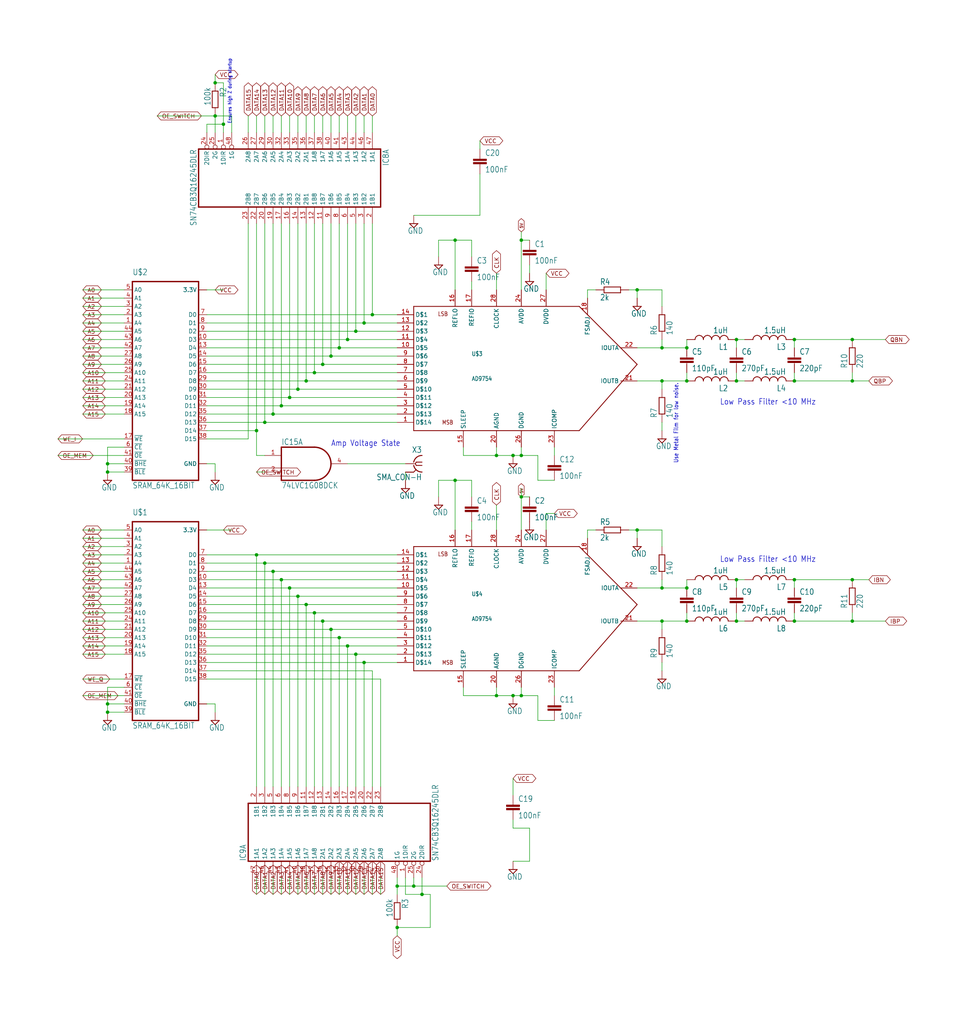
<source format=kicad_sch>
(kicad_sch (version 20231120) (generator "eeschema") (generator_version "8.0")
  (paper "User" 299.593 314.147)
  (lib_symbols
    (symbol "Modulator_V1p2-eagle-import:741G08DCK"
      (property "Reference" "IC" (at -0.635 -0.635 0))
      (symbol "741G08DCK_1_0"
        (pin input line (at -12.7 2.54 0) (length 5.08) (name "I0") (number "1"))
        (pin input line (at -12.7 -2.54 0) (length 5.08) (name "I1") (number "2"))
        (pin output line (at 12.7 0 180) (length 5.08) (name "O") (number "4"))
      )
      (symbol "741G08DCK_2_0"
        (text "GND" (at 1.905 -6.35 900) (effects (font (size 1.27 1.0795)) (justify left bottom)))
        (text "VCC" (at 1.905 2.54 900) (effects (font (size 1.27 1.0795)) (justify left bottom)))
        (pin power_in line (at 0 -7.62 90) (length 5.08) (name "GND") (number "3"))
        (pin power_in line (at 0 7.62 270) (length 5.08) (name "VCC") (number "5"))
      )
    )
    (symbol "Modulator_V1p2-eagle-import:74AC16245"
      (property "Reference" "IC" (at -0.635 -0.635 0))
      (symbol "74AC16245_1_0"
        (pin input inverted (at -15.24 -20.32 0) (length 5.08) (name "1DIR") (number "1"))
        (pin bidirectional line (at 12.7 10.16 180) (length 5.08) (name "1B7") (number "11"))
        (pin bidirectional line (at 12.7 7.62 180) (length 5.08) (name "1B8") (number "12"))
        (pin bidirectional line (at 12.7 5.08 180) (length 5.08) (name "2B1") (number "13"))
        (pin bidirectional line (at 12.7 2.54 180) (length 5.08) (name "2B2") (number "14"))
        (pin bidirectional line (at 12.7 0 180) (length 5.08) (name "2B3") (number "16"))
        (pin bidirectional line (at 12.7 -2.54 180) (length 5.08) (name "2B4") (number "17"))
        (pin bidirectional line (at 12.7 -5.08 180) (length 5.08) (name "2B5") (number "19"))
        (pin bidirectional line (at 12.7 25.4 180) (length 5.08) (name "1B1") (number "2"))
        (pin bidirectional line (at 12.7 -7.62 180) (length 5.08) (name "2B6") (number "20"))
        (pin bidirectional line (at 12.7 -10.16 180) (length 5.08) (name "2B7") (number "22"))
        (pin bidirectional line (at 12.7 -12.7 180) (length 5.08) (name "2B8") (number "23"))
        (pin input inverted (at -15.24 -25.4 0) (length 5.08) (name "2DIR") (number "24"))
        (pin input inverted (at -15.24 -22.86 0) (length 5.08) (name "2G") (number "25"))
        (pin bidirectional line (at -15.24 -12.7 0) (length 5.08) (name "2A8") (number "26"))
        (pin bidirectional line (at -15.24 -10.16 0) (length 5.08) (name "2A7") (number "27"))
        (pin bidirectional line (at -15.24 -7.62 0) (length 5.08) (name "2A6") (number "29"))
        (pin bidirectional line (at 12.7 22.86 180) (length 5.08) (name "1B2") (number "3"))
        (pin bidirectional line (at -15.24 -5.08 0) (length 5.08) (name "2A5") (number "30"))
        (pin bidirectional line (at -15.24 -2.54 0) (length 5.08) (name "2A4") (number "32"))
        (pin bidirectional line (at -15.24 0 0) (length 5.08) (name "2A3") (number "33"))
        (pin bidirectional line (at -15.24 2.54 0) (length 5.08) (name "2A2") (number "35"))
        (pin bidirectional line (at -15.24 5.08 0) (length 5.08) (name "2A1") (number "36"))
        (pin bidirectional line (at -15.24 7.62 0) (length 5.08) (name "1A8") (number "37"))
        (pin bidirectional line (at -15.24 10.16 0) (length 5.08) (name "1A7") (number "38"))
        (pin bidirectional line (at -15.24 12.7 0) (length 5.08) (name "1A6") (number "40"))
        (pin bidirectional line (at -15.24 15.24 0) (length 5.08) (name "1A5") (number "41"))
        (pin bidirectional line (at -15.24 17.78 0) (length 5.08) (name "1A4") (number "43"))
        (pin bidirectional line (at -15.24 20.32 0) (length 5.08) (name "1A3") (number "44"))
        (pin bidirectional line (at -15.24 22.86 0) (length 5.08) (name "1A2") (number "46"))
        (pin bidirectional line (at -15.24 25.4 0) (length 5.08) (name "1A1") (number "47"))
        (pin input inverted (at -15.24 -17.78 0) (length 5.08) (name "1G") (number "48"))
        (pin bidirectional line (at 12.7 20.32 180) (length 5.08) (name "1B3") (number "5"))
        (pin bidirectional line (at 12.7 17.78 180) (length 5.08) (name "1B4") (number "6"))
        (pin bidirectional line (at 12.7 15.24 180) (length 5.08) (name "1B5") (number "8"))
        (pin bidirectional line (at 12.7 12.7 180) (length 5.08) (name "1B6") (number "9"))
      )
      (symbol "74AC16245_2_0"
        (text "GND" (at 14.605 -5.842 900) (effects (font (size 1.27 1.0795)) (justify left bottom)))
        (text "VCC" (at 6.985 2.54 900) (effects (font (size 1.27 1.0795)) (justify left bottom)))
        (pin power_in line (at -2.54 -7.62 90) (length 5.08) (name "GND@2") (number "10"))
        (pin power_in line (at 0 -7.62 90) (length 5.08) (name "GND@3") (number "15"))
        (pin power_in line (at 0 7.62 270) (length 5.08) (name "VCC@2") (number "18"))
        (pin power_in line (at 2.54 -7.62 90) (length 5.08) (name "GND@4") (number "21"))
        (pin power_in line (at 5.08 -7.62 90) (length 5.08) (name "GND@5") (number "28"))
        (pin power_in line (at 2.54 7.62 270) (length 5.08) (name "VCC@3") (number "31"))
        (pin power_in line (at 7.62 -7.62 90) (length 5.08) (name "GND@6") (number "34"))
        (pin power_in line (at 10.16 -7.62 90) (length 5.08) (name "GND@7") (number "39"))
        (pin power_in line (at -5.08 -7.62 90) (length 5.08) (name "GND@1") (number "4"))
        (pin power_in line (at 5.08 7.62 270) (length 5.08) (name "VCC@4") (number "42"))
        (pin power_in line (at 12.7 -7.62 90) (length 5.08) (name "GND@8") (number "45"))
        (pin power_in line (at -2.54 7.62 270) (length 5.08) (name "VCC@1") (number "7"))
      )
    )
    (symbol "Modulator_V1p2-eagle-import:AD9754"
      (symbol "AD9754_1_0"
        (text "LSB" (at -20.574 14.732 0) (effects (font (size 1.27 1.0795)) (justify left bottom)))
        (text "MSB" (at -19.304 -18.542 0) (effects (font (size 1.27 1.0795)) (justify left bottom)))
        (pin bidirectional line (at -33.02 -17.78 0) (length 5.08) (name "D$14") (number "1"))
        (pin bidirectional line (at -33.02 5.08 0) (length 5.08) (name "D$5") (number "10"))
        (pin bidirectional line (at -33.02 7.62 0) (length 5.08) (name "D$4") (number "11"))
        (pin bidirectional line (at -33.02 10.16 0) (length 5.08) (name "D$3") (number "12"))
        (pin bidirectional line (at -33.02 12.7 0) (length 5.08) (name "D$2") (number "13"))
        (pin bidirectional line (at -33.02 15.24 0) (length 5.08) (name "D$1") (number "14"))
        (pin bidirectional line (at -12.7 -25.4 90) (length 5.08) (name "SLEEP") (number "15"))
        (pin bidirectional line (at -15.24 22.86 270) (length 5.08) (name "REFLO") (number "16"))
        (pin bidirectional line (at -10.16 22.86 270) (length 5.08) (name "REFIO") (number "17"))
        (pin bidirectional line (at 25.4 20.32 270) (length 5.08) (name "FSADJ") (number "18"))
        (pin bidirectional line (at -33.02 -15.24 0) (length 5.08) (name "D$13") (number "2"))
        (pin bidirectional line (at -2.54 -25.4 90) (length 5.08) (name "AGND") (number "20"))
        (pin bidirectional line (at 40.64 -5.08 180) (length 5.08) (name "IOUTB") (number "21"))
        (pin bidirectional line (at 40.64 5.08 180) (length 5.08) (name "IOUTA") (number "22"))
        (pin bidirectional line (at 15.24 -25.4 90) (length 5.08) (name "ICOMP") (number "23"))
        (pin bidirectional line (at 5.08 22.86 270) (length 5.08) (name "AVDD") (number "24"))
        (pin bidirectional line (at 5.08 -25.4 90) (length 5.08) (name "DGND") (number "26"))
        (pin bidirectional line (at 12.7 22.86 270) (length 5.08) (name "DVDD") (number "27"))
        (pin bidirectional line (at -2.54 22.86 270) (length 5.08) (name "CLOCK") (number "28"))
        (pin bidirectional line (at -33.02 -12.7 0) (length 5.08) (name "D$12") (number "3"))
        (pin bidirectional line (at -33.02 -10.16 0) (length 5.08) (name "D$11") (number "4"))
        (pin bidirectional line (at -33.02 -7.62 0) (length 5.08) (name "D$10") (number "5"))
        (pin bidirectional line (at -33.02 -5.08 0) (length 5.08) (name "D$9") (number "6"))
        (pin bidirectional line (at -33.02 -2.54 0) (length 5.08) (name "D$8") (number "7"))
        (pin bidirectional line (at -33.02 0 0) (length 5.08) (name "D$7") (number "8"))
        (pin bidirectional line (at -33.02 2.54 0) (length 5.08) (name "D$6") (number "9"))
      )
    )
    (symbol "Modulator_V1p2-eagle-import:C-EUC0603"
      (property "Reference" "C" (at 1.524 0.381 0))
      (symbol "C-EUC0603_1_0"
        (pin passive line (at 0 2.54 270) (length 2.54) (name "1") (number "1"))
        (pin passive line (at 0 -5.08 90) (length 2.54) (name "2") (number "2"))
      )
    )
    (symbol "Modulator_V1p2-eagle-import:GND" (power)
      (symbol "GND_1_0"
        (pin power_in line (at 0 2.54 270) (length 2.54) (name "GND") (number "1"))
      )
    )
    (symbol "Modulator_V1p2-eagle-import:L-USL2012C"
      (property "Reference" "L" (at -1.27 -5.08 90))
      (symbol "L-USL2012C_1_0"
        (pin passive line (at 0 7.62 270) (length 2.54) (name "1") (number "1"))
        (pin passive line (at 0 -7.62 90) (length 2.54) (name "2") (number "2"))
      )
    )
    (symbol "Modulator_V1p2-eagle-import:R-EU_R0603"
      (property "Reference" "R" (at -3.81 1.4986 0))
      (symbol "R-EU_R0603_1_0"
        (pin passive line (at -5.08 0 0) (length 2.54) (name "1") (number "1"))
        (pin passive line (at 5.08 0 180) (length 2.54) (name "2") (number "2"))
      )
    )
    (symbol "Modulator_V1p2-eagle-import:SMA_CON-H"
      (symbol "SMA_CON-H_1_0"
        (pin passive line (at 2.54 0 180) (length 2.54) (name "1") (number "1"))
        (pin passive line (at 2.54 -2.54 180) (length 2.54) (name "GND@1") (number "2"))
        (pin passive line (at 2.54 -2.54 180) (length 2.54) (name "GND@1") (number "3"))
        (pin passive line (at 2.54 -2.54 180) (length 2.54) (name "GND@1") (number "4"))
        (pin passive line (at 2.54 -2.54 180) (length 2.54) (name "GND@1") (number "5"))
      )
    )
    (symbol "Modulator_V1p2-eagle-import:SRAM_64K_16BIT"
      (symbol "SRAM_64K_16BIT_1_0"
        (pin input line (at -12.7 15.24 0) (length 2.54) (name "A4") (number "1"))
        (pin tri_state line (at 12.7 10.16 180) (length 2.54) (name "D3") (number "10"))
        (pin bidirectional line (at 12.7 25.4 180) (length 2.54) (name "3.3V") (number "11"))
        (pin bidirectional line (at 12.7 -27.94 180) (length 2.54) (name "GND") (number "12"))
        (pin tri_state line (at 12.7 7.62 180) (length 2.54) (name "D4") (number "13"))
        (pin tri_state line (at 12.7 5.08 180) (length 2.54) (name "D5") (number "14"))
        (pin tri_state line (at 12.7 2.54 180) (length 2.54) (name "D6") (number "15"))
        (pin tri_state line (at 12.7 0 180) (length 2.54) (name "D7") (number "16"))
        (pin input line (at -12.7 -20.32 0) (length 2.54) (name "~{WE}") (number "17"))
        (pin input line (at -12.7 -12.7 0) (length 2.54) (name "A15") (number "18"))
        (pin input line (at -12.7 -10.16 0) (length 2.54) (name "A14") (number "19"))
        (pin input line (at -12.7 17.78 0) (length 2.54) (name "A3") (number "2"))
        (pin input line (at -12.7 -7.62 0) (length 2.54) (name "A13") (number "20"))
        (pin input line (at -12.7 -5.08 0) (length 2.54) (name "A12") (number "21"))
        (pin input line (at -12.7 -2.54 0) (length 2.54) (name "A11") (number "24"))
        (pin input line (at -12.7 0 0) (length 2.54) (name "A10") (number "25"))
        (pin input line (at -12.7 2.54 0) (length 2.54) (name "A9") (number "26"))
        (pin input line (at -12.7 5.08 0) (length 2.54) (name "A8") (number "27"))
        (pin tri_state line (at 12.7 -2.54 180) (length 2.54) (name "D8") (number "29"))
        (pin input line (at -12.7 20.32 0) (length 2.54) (name "A2") (number "3"))
        (pin tri_state line (at 12.7 -5.08 180) (length 2.54) (name "D9") (number "30"))
        (pin tri_state line (at 12.7 -7.62 180) (length 2.54) (name "D10") (number "31"))
        (pin tri_state line (at 12.7 -10.16 180) (length 2.54) (name "D11") (number "32"))
        (pin bidirectional line (at 12.7 25.4 180) (length 2.54) (name "3.3V") (number "33"))
        (pin bidirectional line (at 12.7 -27.94 180) (length 2.54) (name "GND") (number "34"))
        (pin tri_state line (at 12.7 -12.7 180) (length 2.54) (name "D12") (number "35"))
        (pin tri_state line (at 12.7 -15.24 180) (length 2.54) (name "D13") (number "36"))
        (pin tri_state line (at 12.7 -17.78 180) (length 2.54) (name "D14") (number "37"))
        (pin tri_state line (at 12.7 -20.32 180) (length 2.54) (name "D15") (number "38"))
        (pin input line (at -12.7 -30.48 0) (length 2.54) (name "~{BLE}") (number "39"))
        (pin input line (at -12.7 22.86 0) (length 2.54) (name "A1") (number "4"))
        (pin input line (at -12.7 -27.94 0) (length 2.54) (name "~{BHE}") (number "40"))
        (pin input line (at -12.7 -25.4 0) (length 2.54) (name "~{OE}") (number "41"))
        (pin input line (at -12.7 7.62 0) (length 2.54) (name "A7") (number "42"))
        (pin input line (at -12.7 10.16 0) (length 2.54) (name "A6") (number "43"))
        (pin input line (at -12.7 12.7 0) (length 2.54) (name "A5") (number "44"))
        (pin input line (at -12.7 25.4 0) (length 2.54) (name "A0") (number "5"))
        (pin input line (at -12.7 -22.86 0) (length 2.54) (name "~{CE}") (number "6"))
        (pin tri_state line (at 12.7 17.78 180) (length 2.54) (name "D0") (number "7"))
        (pin tri_state line (at 12.7 15.24 180) (length 2.54) (name "D1") (number "8"))
        (pin tri_state line (at 12.7 12.7 180) (length 2.54) (name "D2") (number "9"))
      )
    )
  )
  (junction (at 91.44 119.38))
  (junction (at 243.84 104.14))
  (junction (at 33.02 144.78))
  (junction (at 101.6 109.22))
  (junction (at 243.84 177.8))
  (junction (at 86.36 124.46))
  (junction (at 160.02 73.66))
  (junction (at 226.06 104.14))
  (junction (at 91.44 182.88))
  (junction (at 195.58 162.56))
  (junction (at 88.9 121.92))
  (junction (at 78.74 170.18))
  (junction (at 111.76 99.06))
  (junction (at 66.04 35.56))
  (junction (at 81.28 172.72))
  (junction (at 109.22 101.6))
  (junction (at 243.84 190.5))
  (junction (at 203.2 116.84))
  (junction (at 78.74 132.08))
  (junction (at 101.6 193.04))
  (junction (at 86.36 177.8))
  (junction (at 261.62 190.5))
  (junction (at 210.82 106.68))
  (junction (at 129.54 274.32))
  (junction (at 96.52 114.3))
  (junction (at 157.48 139.7))
  (junction (at 96.52 187.96))
  (junction (at 104.14 106.68))
  (junction (at 210.82 180.34))
  (junction (at 121.92 271.78))
  (junction (at 66.04 25.4))
  (junction (at 81.28 129.54))
  (junction (at 93.98 185.42))
  (junction (at 203.2 190.5))
  (junction (at 127 271.78))
  (junction (at 261.62 177.8))
  (junction (at 203.2 106.68))
  (junction (at 33.02 215.9))
  (junction (at 83.82 127))
  (junction (at 106.68 198.12))
  (junction (at 109.22 200.66))
  (junction (at 139.7 73.66))
  (junction (at 139.7 147.32))
  (junction (at 210.82 116.84))
  (junction (at 261.62 104.14))
  (junction (at 152.4 139.7))
  (junction (at 152.4 213.36))
  (junction (at 226.06 177.8))
  (junction (at 226.06 190.5))
  (junction (at 157.48 213.36))
  (junction (at 104.14 195.58))
  (junction (at 160.02 213.36))
  (junction (at 195.58 88.9))
  (junction (at 160.02 152.4))
  (junction (at 99.06 111.76))
  (junction (at 261.62 116.84))
  (junction (at 99.06 190.5))
  (junction (at 243.84 116.84))
  (junction (at 68.58 38.1))
  (junction (at 226.06 116.84))
  (junction (at 83.82 175.26))
  (junction (at 114.3 96.52))
  (junction (at 93.98 116.84))
  (junction (at 203.2 180.34))
  (junction (at 106.68 104.14))
  (junction (at 33.02 142.24))
  (junction (at 88.9 180.34))
  (junction (at 210.82 190.5))
  (junction (at 111.76 203.2))
  (junction (at 121.92 284.48))
  (junction (at 33.02 218.44))
  (junction (at 160.02 139.7))
  (wire (pts (xy 121.92 185.42) (xy 93.98 185.42)) (stroke (width 0.1524)))
  (wire (pts (xy 116.84 208.28) (xy 116.84 241.3)) (stroke (width 0.1524)))
  (wire (pts (xy 38.1 182.88) (xy 25.4 182.88)) (stroke (width 0.1524)))
  (wire (pts (xy 121.92 129.54) (xy 81.28 129.54)) (stroke (width 0.1524)))
  (wire (pts (xy 101.6 109.22) (xy 63.5 109.22)) (stroke (width 0.1524)))
  (wire (pts (xy 121.92 269.24) (xy 121.92 271.78)) (stroke (width 0.1524)))
  (wire (pts (xy 121.92 182.88) (xy 91.44 182.88)) (stroke (width 0.1524)))
  (wire (pts (xy 38.1 162.56) (xy 25.4 162.56)) (stroke (width 0.1524)))
  (wire (pts (xy 121.92 99.06) (xy 111.76 99.06)) (stroke (width 0.1524)))
  (wire (pts (xy 63.5 111.76) (xy 99.06 111.76)) (stroke (width 0.1524)))
  (wire (pts (xy 160.02 88.9) (xy 160.02 73.66)) (stroke (width 0.1524)))
  (wire (pts (xy 243.84 116.84) (xy 261.62 116.84)) (stroke (width 0.1524)))
  (wire (pts (xy 147.32 66.04) (xy 127 66.04)) (stroke (width 0.1524)))
  (wire (pts (xy 63.5 121.92) (xy 88.9 121.92)) (stroke (width 0.1524)))
  (wire (pts (xy 96.52 269.24) (xy 96.52 274.32)) (stroke (width 0.1524)))
  (wire (pts (xy 76.2 68.58) (xy 76.2 134.62)) (stroke (width 0.1524)))
  (wire (pts (xy 124.46 147.32) (xy 124.46 144.78)) (stroke (width 0.1524)))
  (wire (pts (xy 167.64 162.56) (xy 167.64 157.48)) (stroke (width 0.1524)))
  (wire (pts (xy 33.02 142.24) (xy 38.1 142.24)) (stroke (width 0.1524)))
  (wire (pts (xy 226.06 116.84) (xy 228.6 116.84)) (stroke (width 0.1524)))
  (wire (pts (xy 91.44 119.38) (xy 63.5 119.38)) (stroke (width 0.1524)))
  (wire (pts (xy 170.18 210.82) (xy 170.18 213.36)) (stroke (width 0.1524)))
  (wire (pts (xy 106.68 104.14) (xy 63.5 104.14)) (stroke (width 0.1524)))
  (wire (pts (xy 81.28 269.24) (xy 81.28 274.32)) (stroke (width 0.1524)))
  (wire (pts (xy 66.04 40.64) (xy 66.04 35.56)) (stroke (width 0.1524)))
  (wire (pts (xy 33.02 144.78) (xy 33.02 142.24)) (stroke (width 0.1524)))
  (wire (pts (xy 83.82 127) (xy 121.92 127)) (stroke (width 0.1524)))
  (wire (pts (xy 210.82 190.5) (xy 203.2 190.5)) (stroke (width 0.1524)))
  (wire (pts (xy 63.5 142.24) (xy 66.04 142.24)) (stroke (width 0.1524)))
  (wire (pts (xy 124.46 269.24) (xy 124.46 274.32)) (stroke (width 0.1524)))
  (wire (pts (xy 38.1 200.66) (xy 25.4 200.66)) (stroke (width 0.1524)))
  (wire (pts (xy 170.18 220.98) (xy 165.1 220.98)) (stroke (width 0.1524)))
  (wire (pts (xy 203.2 167.64) (xy 203.2 162.56)) (stroke (width 0.1524)))
  (wire (pts (xy 71.12 40.64) (xy 71.12 35.56)) (stroke (width 0.1524)))
  (wire (pts (xy 152.4 213.36) (xy 157.48 213.36)) (stroke (width 0.1524)))
  (wire (pts (xy 81.28 144.78) (xy 78.74 144.78)) (stroke (width 0.1524)))
  (wire (pts (xy 38.1 96.52) (xy 25.4 96.52)) (stroke (width 0.1524)))
  (wire (pts (xy 121.92 172.72) (xy 81.28 172.72)) (stroke (width 0.1524)))
  (wire (pts (xy 38.1 116.84) (xy 25.4 116.84)) (stroke (width 0.1524)))
  (wire (pts (xy 91.44 241.3) (xy 91.44 182.88)) (stroke (width 0.1524)))
  (wire (pts (xy 109.22 101.6) (xy 63.5 101.6)) (stroke (width 0.1524)))
  (wire (pts (xy 63.5 88.9) (xy 68.58 88.9)) (stroke (width 0.1524)))
  (wire (pts (xy 121.92 284.48) (xy 121.92 287.02)) (stroke (width 0.1524)))
  (wire (pts (xy 38.1 101.6) (xy 25.4 101.6)) (stroke (width 0.1524)))
  (wire (pts (xy 203.2 190.5) (xy 203.2 193.04)) (stroke (width 0.1524)))
  (wire (pts (xy 114.3 68.58) (xy 114.3 96.52)) (stroke (width 0.1524)))
  (wire (pts (xy 121.92 175.26) (xy 83.82 175.26)) (stroke (width 0.1524)))
  (wire (pts (xy 127 269.24) (xy 127 271.78)) (stroke (width 0.1524)))
  (wire (pts (xy 160.02 73.66) (xy 160.02 71.12)) (stroke (width 0.1524)))
  (wire (pts (xy 63.5 198.12) (xy 106.68 198.12)) (stroke (width 0.1524)))
  (wire (pts (xy 38.1 177.8) (xy 25.4 177.8)) (stroke (width 0.1524)))
  (wire (pts (xy 91.44 40.64) (xy 91.44 35.56)) (stroke (width 0.1524)))
  (wire (pts (xy 33.02 218.44) (xy 38.1 218.44)) (stroke (width 0.1524)))
  (wire (pts (xy 104.14 106.68) (xy 63.5 106.68)) (stroke (width 0.1524)))
  (wire (pts (xy 93.98 116.84) (xy 121.92 116.84)) (stroke (width 0.1524)))
  (wire (pts (xy 81.28 241.3) (xy 81.28 172.72)) (stroke (width 0.1524)))
  (wire (pts (xy 266.7 177.8) (xy 261.62 177.8)) (stroke (width 0.1524)))
  (wire (pts (xy 114.3 40.64) (xy 114.3 35.56)) (stroke (width 0.1524)))
  (wire (pts (xy 243.84 114.3) (xy 243.84 116.84)) (stroke (width 0.1524)))
  (wire (pts (xy 170.18 147.32) (xy 165.1 147.32)) (stroke (width 0.1524)))
  (wire (pts (xy 63.5 40.64) (xy 63.5 38.1)) (stroke (width 0.1524)))
  (wire (pts (xy 121.92 119.38) (xy 91.44 119.38)) (stroke (width 0.1524)))
  (wire (pts (xy 88.9 269.24) (xy 88.9 274.32)) (stroke (width 0.1524)))
  (wire (pts (xy 170.18 137.16) (xy 170.18 139.7)) (stroke (width 0.1524)))
  (wire (pts (xy 101.6 241.3) (xy 101.6 193.04)) (stroke (width 0.1524)))
  (wire (pts (xy 106.68 142.24) (xy 124.46 142.24)) (stroke (width 0.1524)))
  (wire (pts (xy 78.74 241.3) (xy 78.74 170.18)) (stroke (width 0.1524)))
  (wire (pts (xy 157.48 254) (xy 162.56 254)) (stroke (width 0.1524)))
  (wire (pts (xy 243.84 104.14) (xy 261.62 104.14)) (stroke (width 0.1524)))
  (wire (pts (xy 38.1 109.22) (xy 25.4 109.22)) (stroke (width 0.1524)))
  (wire (pts (xy 81.28 129.54) (xy 63.5 129.54)) (stroke (width 0.1524)))
  (wire (pts (xy 106.68 68.58) (xy 106.68 104.14)) (stroke (width 0.1524)))
  (wire (pts (xy 106.68 269.24) (xy 106.68 274.32)) (stroke (width 0.1524)))
  (wire (pts (xy 121.92 104.14) (xy 106.68 104.14)) (stroke (width 0.1524)))
  (wire (pts (xy 210.82 177.8) (xy 210.82 180.34)) (stroke (width 0.1524)))
  (wire (pts (xy 76.2 40.64) (xy 76.2 35.56)) (stroke (width 0.1524)))
  (wire (pts (xy 116.84 269.24) (xy 116.84 274.32)) (stroke (width 0.1524)))
  (wire (pts (xy 33.02 137.16) (xy 33.02 142.24)) (stroke (width 0.1524)))
  (wire (pts (xy 68.58 25.4) (xy 66.04 25.4)) (stroke (width 0.1524)))
  (wire (pts (xy 106.68 198.12) (xy 121.92 198.12)) (stroke (width 0.1524)))
  (wire (pts (xy 147.32 53.34) (xy 147.32 66.04)) (stroke (width 0.1524)))
  (wire (pts (xy 142.24 210.82) (xy 142.24 213.36)) (stroke (width 0.1524)))
  (wire (pts (xy 243.84 177.8) (xy 261.62 177.8)) (stroke (width 0.1524)))
  (wire (pts (xy 78.74 132.08) (xy 78.74 139.7)) (stroke (width 0.1524)))
  (wire (pts (xy 63.5 162.56) (xy 71.12 162.56)) (stroke (width 0.1524)))
  (wire (pts (xy 226.06 177.8) (xy 226.06 180.34)) (stroke (width 0.1524)))
  (wire (pts (xy 261.62 116.84) (xy 261.62 114.3)) (stroke (width 0.1524)))
  (wire (pts (xy 261.62 190.5) (xy 261.62 187.96)) (stroke (width 0.1524)))
  (wire (pts (xy 63.5 208.28) (xy 116.84 208.28)) (stroke (width 0.1524)))
  (wire (pts (xy 104.14 40.64) (xy 104.14 35.56)) (stroke (width 0.1524)))
  (wire (pts (xy 38.1 91.44) (xy 25.4 91.44)) (stroke (width 0.1524)))
  (wire (pts (xy 152.4 162.56) (xy 152.4 154.94)) (stroke (width 0.1524)))
  (wire (pts (xy 38.1 175.26) (xy 25.4 175.26)) (stroke (width 0.1524)))
  (wire (pts (xy 121.92 200.66) (xy 109.22 200.66)) (stroke (width 0.1524)))
  (wire (pts (xy 139.7 147.32) (xy 134.62 147.32)) (stroke (width 0.1524)))
  (wire (pts (xy 88.9 121.92) (xy 121.92 121.92)) (stroke (width 0.1524)))
  (wire (pts (xy 243.84 106.68) (xy 243.84 104.14)) (stroke (width 0.1524)))
  (wire (pts (xy 96.52 187.96) (xy 63.5 187.96)) (stroke (width 0.1524)))
  (wire (pts (xy 111.76 241.3) (xy 111.76 203.2)) (stroke (width 0.1524)))
  (wire (pts (xy 38.1 170.18) (xy 25.4 170.18)) (stroke (width 0.1524)))
  (wire (pts (xy 106.68 40.64) (xy 106.68 35.56)) (stroke (width 0.1524)))
  (wire (pts (xy 226.06 187.96) (xy 226.06 190.5)) (stroke (width 0.1524)))
  (wire (pts (xy 165.1 213.36) (xy 160.02 213.36)) (stroke (width 0.1524)))
  (wire (pts (xy 83.82 175.26) (xy 63.5 175.26)) (stroke (width 0.1524)))
  (wire (pts (xy 38.1 215.9) (xy 33.02 215.9)) (stroke (width 0.1524)))
  (wire (pts (xy 33.02 215.9) (xy 33.02 218.44)) (stroke (width 0.1524)))
  (wire (pts (xy 121.92 177.8) (xy 86.36 177.8)) (stroke (width 0.1524)))
  (wire (pts (xy 38.1 172.72) (xy 25.4 172.72)) (stroke (width 0.1524)))
  (wire (pts (xy 160.02 162.56) (xy 160.02 152.4)) (stroke (width 0.1524)))
  (wire (pts (xy 38.1 180.34) (xy 25.4 180.34)) (stroke (width 0.1524)))
  (wire (pts (xy 38.1 88.9) (xy 25.4 88.9)) (stroke (width 0.1524)))
  (wire (pts (xy 83.82 241.3) (xy 83.82 175.26)) (stroke (width 0.1524)))
  (wire (pts (xy 78.74 68.58) (xy 78.74 132.08)) (stroke (width 0.1524)))
  (wire (pts (xy 99.06 68.58) (xy 99.06 111.76)) (stroke (width 0.1524)))
  (wire (pts (xy 210.82 116.84) (xy 203.2 116.84)) (stroke (width 0.1524)))
  (wire (pts (xy 81.28 172.72) (xy 63.5 172.72)) (stroke (width 0.1524)))
  (wire (pts (xy 165.1 139.7) (xy 160.02 139.7)) (stroke (width 0.1524)))
  (wire (pts (xy 38.1 210.82) (xy 33.02 210.82)) (stroke (width 0.1524)))
  (wire (pts (xy 121.92 96.52) (xy 114.3 96.52)) (stroke (width 0.1524)))
  (wire (pts (xy 167.64 88.9) (xy 167.64 83.82)) (stroke (width 0.1524)))
  (wire (pts (xy 210.82 187.96) (xy 210.82 190.5)) (stroke (width 0.1524)))
  (wire (pts (xy 38.1 99.06) (xy 25.4 99.06)) (stroke (width 0.1524)))
  (wire (pts (xy 111.76 99.06) (xy 63.5 99.06)) (stroke (width 0.1524)))
  (wire (pts (xy 203.2 203.2) (xy 203.2 205.74)) (stroke (width 0.1524)))
  (wire (pts (xy 160.02 152.4) (xy 160.02 149.86)) (stroke (width 0.1524)))
  (wire (pts (xy 38.1 208.28) (xy 25.4 208.28)) (stroke (width 0.1524)))
  (wire (pts (xy 127 271.78) (xy 137.16 271.78)) (stroke (width 0.1524)))
  (wire (pts (xy 271.78 190.5) (xy 261.62 190.5)) (stroke (width 0.1524)))
  (wire (pts (xy 91.44 68.58) (xy 91.44 119.38)) (stroke (width 0.1524)))
  (wire (pts (xy 165.1 147.32) (xy 165.1 139.7)) (stroke (width 0.1524)))
  (wire (pts (xy 121.92 101.6) (xy 109.22 101.6)) (stroke (width 0.1524)))
  (wire (pts (xy 203.2 93.98) (xy 203.2 88.9)) (stroke (width 0.1524)))
  (wire (pts (xy 195.58 116.84) (xy 203.2 116.84)) (stroke (width 0.1524)))
  (wire (pts (xy 124.46 274.32) (xy 129.54 274.32)) (stroke (width 0.1524)))
  (wire (pts (xy 88.9 40.64) (xy 88.9 35.56)) (stroke (width 0.1524)))
  (wire (pts (xy 38.1 190.5) (xy 25.4 190.5)) (stroke (width 0.1524)))
  (wire (pts (xy 144.78 152.4) (xy 144.78 147.32)) (stroke (width 0.1524)))
  (wire (pts (xy 142.24 137.16) (xy 142.24 139.7)) (stroke (width 0.1524)))
  (wire (pts (xy 162.56 254) (xy 162.56 264.16)) (stroke (width 0.1524)))
  (wire (pts (xy 63.5 205.74) (xy 114.3 205.74)) (stroke (width 0.1524)))
  (wire (pts (xy 195.58 190.5) (xy 203.2 190.5)) (stroke (width 0.1524)))
  (wire (pts (xy 96.52 114.3) (xy 63.5 114.3)) (stroke (width 0.1524)))
  (wire (pts (xy 147.32 45.72) (xy 147.32 43.18)) (stroke (width 0.1524)))
  (wire (pts (xy 104.14 269.24) (xy 104.14 274.32)) (stroke (width 0.1524)))
  (wire (pts (xy 38.1 111.76) (xy 25.4 111.76)) (stroke (width 0.1524)))
  (wire (pts (xy 132.08 274.32) (xy 129.54 274.32)) (stroke (width 0.1524)))
  (wire (pts (xy 210.82 104.14) (xy 210.82 106.68)) (stroke (width 0.1524)))
  (wire (pts (xy 101.6 68.58) (xy 101.6 109.22)) (stroke (width 0.1524)))
  (wire (pts (xy 195.58 106.68) (xy 203.2 106.68)) (stroke (width 0.1524)))
  (wire (pts (xy 121.92 190.5) (xy 99.06 190.5)) (stroke (width 0.1524)))
  (wire (pts (xy 104.14 68.58) (xy 104.14 106.68)) (stroke (width 0.1524)))
  (wire (pts (xy 91.44 269.24) (xy 91.44 274.32)) (stroke (width 0.1524)))
  (wire (pts (xy 63.5 38.1) (xy 68.58 38.1)) (stroke (width 0.1524)))
  (wire (pts (xy 66.04 25.4) (xy 66.04 22.86)) (stroke (width 0.1524)))
  (wire (pts (xy 38.1 139.7) (xy 17.78 139.7)) (stroke (width 0.1524)))
  (wire (pts (xy 88.9 68.58) (xy 88.9 121.92)) (stroke (width 0.1524)))
  (wire (pts (xy 99.06 111.76) (xy 121.92 111.76)) (stroke (width 0.1524)))
  (wire (pts (xy 266.7 116.84) (xy 261.62 116.84)) (stroke (width 0.1524)))
  (wire (pts (xy 203.2 129.54) (xy 203.2 132.08)) (stroke (width 0.1524)))
  (wire (pts (xy 104.14 241.3) (xy 104.14 195.58)) (stroke (width 0.1524)))
  (wire (pts (xy 66.04 35.56) (xy 48.26 35.56)) (stroke (width 0.1524)))
  (wire (pts (xy 121.92 180.34) (xy 88.9 180.34)) (stroke (width 0.1524)))
  (wire (pts (xy 139.7 73.66) (xy 134.62 73.66)) (stroke (width 0.1524)))
  (wire (pts (xy 109.22 200.66) (xy 63.5 200.66)) (stroke (width 0.1524)))
  (wire (pts (xy 38.1 165.1) (xy 25.4 165.1)) (stroke (width 0.1524)))
  (wire (pts (xy 114.3 96.52) (xy 63.5 96.52)) (stroke (width 0.1524)))
  (wire (pts (xy 104.14 195.58) (xy 63.5 195.58)) (stroke (width 0.1524)))
  (wire (pts (xy 68.58 38.1) (xy 68.58 40.64)) (stroke (width 0.1524)))
  (wire (pts (xy 121.92 187.96) (xy 96.52 187.96)) (stroke (width 0.1524)))
  (wire (pts (xy 195.58 88.9) (xy 195.58 91.44)) (stroke (width 0.1524)))
  (wire (pts (xy 38.1 187.96) (xy 25.4 187.96)) (stroke (width 0.1524)))
  (wire (pts (xy 83.82 68.58) (xy 83.82 127)) (stroke (width 0.1524)))
  (wire (pts (xy 162.56 81.28) (xy 162.56 83.82)) (stroke (width 0.1524)))
  (wire (pts (xy 203.2 162.56) (xy 195.58 162.56)) (stroke (width 0.1524)))
  (wire (pts (xy 111.76 40.64) (xy 111.76 35.56)) (stroke (width 0.1524)))
  (wire (pts (xy 38.1 144.78) (xy 33.02 144.78)) (stroke (width 0.1524)))
  (wire (pts (xy 134.62 73.66) (xy 134.62 78.74)) (stroke (width 0.1524)))
  (wire (pts (xy 99.06 190.5) (xy 63.5 190.5)) (stroke (width 0.1524)))
  (wire (pts (xy 91.44 182.88) (xy 63.5 182.88)) (stroke (width 0.1524)))
  (wire (pts (xy 160.02 210.82) (xy 160.02 213.36)) (stroke (width 0.1524)))
  (wire (pts (xy 96.52 241.3) (xy 96.52 187.96)) (stroke (width 0.1524)))
  (wire (pts (xy 83.82 269.24) (xy 83.82 274.32)) (stroke (width 0.1524)))
  (wire (pts (xy 144.78 78.74) (xy 144.78 73.66)) (stroke (width 0.1524)))
  (wire (pts (xy 99.06 40.64) (xy 99.06 35.56)) (stroke (width 0.1524)))
  (wire (pts (xy 203.2 88.9) (xy 195.58 88.9)) (stroke (width 0.1524)))
  (wire (pts (xy 132.08 274.32) (xy 132.08 284.48)) (stroke (width 0.1524)))
  (wire (pts (xy 38.1 195.58) (xy 25.4 195.58)) (stroke (width 0.1524)))
  (wire (pts (xy 210.82 114.3) (xy 210.82 116.84)) (stroke (width 0.1524)))
  (wire (pts (xy 38.1 167.64) (xy 25.4 167.64)) (stroke (width 0.1524)))
  (wire (pts (xy 93.98 269.24) (xy 93.98 274.32)) (stroke (width 0.1524)))
  (wire (pts (xy 243.84 180.34) (xy 243.84 177.8)) (stroke (width 0.1524)))
  (wire (pts (xy 243.84 190.5) (xy 261.62 190.5)) (stroke (width 0.1524)))
  (wire (pts (xy 76.2 134.62) (xy 63.5 134.62)) (stroke (width 0.1524)))
  (wire (pts (xy 142.24 213.36) (xy 152.4 213.36)) (stroke (width 0.1524)))
  (wire (pts (xy 66.04 215.9) (xy 66.04 218.44)) (stroke (width 0.1524)))
  (wire (pts (xy 78.74 40.64) (xy 78.74 35.56)) (stroke (width 0.1524)))
  (wire (pts (xy 152.4 137.16) (xy 152.4 139.7)) (stroke (width 0.1524)))
  (wire (pts (xy 78.74 170.18) (xy 63.5 170.18)) (stroke (width 0.1524)))
  (wire (pts (xy 63.5 116.84) (xy 93.98 116.84)) (stroke (width 0.1524)))
  (wire (pts (xy 38.1 185.42) (xy 25.4 185.42)) (stroke (width 0.1524)))
  (wire (pts (xy 109.22 40.64) (xy 109.22 35.56)) (stroke (width 0.1524)))
  (wire (pts (xy 111.76 68.58) (xy 111.76 99.06)) (stroke (width 0.1524)))
  (wire (pts (xy 63.5 203.2) (xy 111.76 203.2)) (stroke (width 0.1524)))
  (wire (pts (xy 203.2 106.68) (xy 203.2 104.14)) (stroke (width 0.1524)))
  (wire (pts (xy 152.4 139.7) (xy 157.48 139.7)) (stroke (width 0.1524)))
  (wire (pts (xy 88.9 241.3) (xy 88.9 180.34)) (stroke (width 0.1524)))
  (wire (pts (xy 86.36 241.3) (xy 86.36 177.8)) (stroke (width 0.1524)))
  (wire (pts (xy 99.06 269.24) (xy 99.06 274.32)) (stroke (width 0.1524)))
  (wire (pts (xy 226.06 190.5) (xy 228.6 190.5)) (stroke (width 0.1524)))
  (wire (pts (xy 160.02 139.7) (xy 157.48 139.7)) (stroke (width 0.1524)))
  (wire (pts (xy 109.22 241.3) (xy 109.22 200.66)) (stroke (width 0.1524)))
  (wire (pts (xy 109.22 269.24) (xy 109.22 274.32)) (stroke (width 0.1524)))
  (wire (pts (xy 86.36 177.8) (xy 63.5 177.8)) (stroke (width 0.1524)))
  (wire (pts (xy 160.02 137.16) (xy 160.02 139.7)) (stroke (width 0.1524)))
  (wire (pts (xy 226.06 104.14) (xy 226.06 106.68)) (stroke (width 0.1524)))
  (wire (pts (xy 226.06 177.8) (xy 228.6 177.8)) (stroke (width 0.1524)))
  (wire (pts (xy 114.3 269.24) (xy 114.3 274.32)) (stroke (width 0.1524)))
  (wire (pts (xy 71.12 35.56) (xy 66.04 35.56)) (stroke (width 0.1524)))
  (wire (pts (xy 111.76 269.24) (xy 111.76 274.32)) (stroke (width 0.1524)))
  (wire (pts (xy 78.74 269.24) (xy 78.74 274.32)) (stroke (width 0.1524)))
  (wire (pts (xy 38.1 121.92) (xy 25.4 121.92)) (stroke (width 0.1524)))
  (wire (pts (xy 88.9 180.34) (xy 63.5 180.34)) (stroke (width 0.1524)))
  (wire (pts (xy 83.82 40.64) (xy 83.82 35.56)) (stroke (width 0.1524)))
  (wire (pts (xy 38.1 114.3) (xy 25.4 114.3)) (stroke (width 0.1524)))
  (wire (pts (xy 38.1 124.46) (xy 25.4 124.46)) (stroke (width 0.1524)))
  (wire (pts (xy 81.28 68.58) (xy 81.28 129.54)) (stroke (width 0.1524)))
  (wire (pts (xy 101.6 193.04) (xy 63.5 193.04)) (stroke (width 0.1524)))
  (wire (pts (xy 226.06 114.3) (xy 226.06 116.84)) (stroke (width 0.1524)))
  (wire (pts (xy 121.92 109.22) (xy 101.6 109.22)) (stroke (width 0.1524)))
  (wire (pts (xy 68.58 38.1) (xy 68.58 25.4)) (stroke (width 0.1524)))
  (wire (pts (xy 121.92 124.46) (xy 86.36 124.46)) (stroke (width 0.1524)))
  (wire (pts (xy 210.82 106.68) (xy 203.2 106.68)) (stroke (width 0.1524)))
  (wire (pts (xy 129.54 274.32) (xy 129.54 269.24)) (stroke (width 0.1524)))
  (wire (pts (xy 38.1 137.16) (xy 33.02 137.16)) (stroke (width 0.1524)))
  (wire (pts (xy 99.06 241.3) (xy 99.06 190.5)) (stroke (width 0.1524)))
  (wire (pts (xy 121.92 170.18) (xy 78.74 170.18)) (stroke (width 0.1524)))
  (wire (pts (xy 203.2 180.34) (xy 203.2 177.8)) (stroke (width 0.1524)))
  (wire (pts (xy 111.76 203.2) (xy 121.92 203.2)) (stroke (width 0.1524)))
  (wire (pts (xy 101.6 269.24) (xy 101.6 274.32)) (stroke (width 0.1524)))
  (wire (pts (xy 86.36 68.58) (xy 86.36 124.46)) (stroke (width 0.1524)))
  (wire (pts (xy 193.04 88.9) (xy 195.58 88.9)) (stroke (width 0.1524)))
  (wire (pts (xy 203.2 180.34) (xy 210.82 180.34)) (stroke (width 0.1524)))
  (wire (pts (xy 101.6 40.64) (xy 101.6 35.56)) (stroke (width 0.1524)))
  (wire (pts (xy 78.74 132.08) (xy 63.5 132.08)) (stroke (width 0.1524)))
  (wire (pts (xy 127 271.78) (xy 121.92 271.78)) (stroke (width 0.1524)))
  (wire (pts (xy 38.1 213.36) (xy 25.4 213.36)) (stroke (width 0.1524)))
  (wire (pts (xy 121.92 114.3) (xy 96.52 114.3)) (stroke (width 0.1524)))
  (wire (pts (xy 165.1 220.98) (xy 165.1 213.36)) (stroke (width 0.1524)))
  (wire (pts (xy 226.06 104.14) (xy 228.6 104.14)) (stroke (width 0.1524)))
  (wire (pts (xy 162.56 152.4) (xy 160.02 152.4)) (stroke (width 0.1524)))
  (wire (pts (xy 180.34 88.9) (xy 182.88 88.9)) (stroke (width 0.1524)))
  (wire (pts (xy 38.1 127) (xy 25.4 127)) (stroke (width 0.1524)))
  (wire (pts (xy 63.5 127) (xy 83.82 127)) (stroke (width 0.1524)))
  (wire (pts (xy 144.78 162.56) (xy 144.78 160.02)) (stroke (width 0.1524)))
  (wire (pts (xy 121.92 106.68) (xy 104.14 106.68)) (stroke (width 0.1524)))
  (wire (pts (xy 144.78 73.66) (xy 139.7 73.66)) (stroke (width 0.1524)))
  (wire (pts (xy 38.1 104.14) (xy 25.4 104.14)) (stroke (width 0.1524)))
  (wire (pts (xy 139.7 162.56) (xy 139.7 147.32)) (stroke (width 0.1524)))
  (wire (pts (xy 96.52 68.58) (xy 96.52 114.3)) (stroke (width 0.1524)))
  (wire (pts (xy 132.08 284.48) (xy 121.92 284.48)) (stroke (width 0.1524)))
  (wire (pts (xy 180.34 165.1) (xy 180.34 162.56)) (stroke (width 0.1524)))
  (wire (pts (xy 109.22 68.58) (xy 109.22 101.6)) (stroke (width 0.1524)))
  (wire (pts (xy 157.48 243.84) (xy 157.48 238.76)) (stroke (width 0.1524)))
  (wire (pts (xy 81.28 139.7) (xy 78.74 139.7)) (stroke (width 0.1524)))
  (wire (pts (xy 38.1 193.04) (xy 25.4 193.04)) (stroke (width 0.1524)))
  (wire (pts (xy 93.98 185.42) (xy 63.5 185.42)) (stroke (width 0.1524)))
  (wire (pts (xy 33.02 210.82) (xy 33.02 215.9)) (stroke (width 0.1524)))
  (wire (pts (xy 162.56 264.16) (xy 157.48 264.16)) (stroke (width 0.1524)))
  (wire (pts (xy 66.04 142.24) (xy 66.04 144.78)) (stroke (width 0.1524)))
  (wire (pts (xy 38.1 106.68) (xy 25.4 106.68)) (stroke (width 0.1524)))
  (wire (pts (xy 38.1 119.38) (xy 25.4 119.38)) (stroke (width 0.1524)))
  (wire (pts (xy 160.02 213.36) (xy 157.48 213.36)) (stroke (width 0.1524)))
  (wire (pts (xy 142.24 139.7) (xy 152.4 139.7)) (stroke (width 0.1524)))
  (wire (pts (xy 38.1 198.12) (xy 25.4 198.12)) (stroke (width 0.1524)))
  (wire (pts (xy 139.7 88.9) (xy 139.7 73.66)) (stroke (width 0.1524)))
  (wire (pts (xy 203.2 116.84) (xy 203.2 119.38)) (stroke (width 0.1524)))
  (wire (pts (xy 167.64 157.48) (xy 170.18 157.48)) (stroke (width 0.1524)))
  (wire (pts (xy 162.56 73.66) (xy 160.02 73.66)) (stroke (width 0.1524)))
  (wire (pts (xy 180.34 162.56) (xy 182.88 162.56)) (stroke (width 0.1524)))
  (wire (pts (xy 243.84 187.96) (xy 243.84 190.5)) (stroke (width 0.1524)))
  (wire (pts (xy 195.58 180.34) (xy 203.2 180.34)) (stroke (width 0.1524)))
  (wire (pts (xy 144.78 147.32) (xy 139.7 147.32)) (stroke (width 0.1524)))
  (wire (pts (xy 180.34 91.44) (xy 180.34 88.9)) (stroke (width 0.1524)))
  (wire (pts (xy 157.48 251.46) (xy 157.48 254)) (stroke (width 0.1524)))
  (wire (pts (xy 114.3 205.74) (xy 114.3 241.3)) (stroke (width 0.1524)))
  (wire (pts (xy 271.78 104.14) (xy 261.62 104.14)) (stroke (width 0.1524)))
  (wire (pts (xy 96.52 40.64) (xy 96.52 35.56)) (stroke (width 0.1524)))
  (wire (pts (xy 106.68 241.3) (xy 106.68 198.12)) (stroke (width 0.1524)))
  (wire (pts (xy 63.5 215.9) (xy 66.04 215.9)) (stroke (width 0.1524)))
  (wire (pts (xy 86.36 269.24) (xy 86.36 274.32)) (stroke (width 0.1524)))
  (wire (pts (xy 121.92 195.58) (xy 104.14 195.58)) (stroke (width 0.1524)))
  (wire (pts (xy 86.36 40.64) (xy 86.36 35.56)) (stroke (width 0.1524)))
  (wire (pts (xy 152.4 88.9) (xy 152.4 83.82)) (stroke (width 0.1524)))
  (wire (pts (xy 121.92 193.04) (xy 101.6 193.04)) (stroke (width 0.1524)))
  (wire (pts (xy 86.36 124.46) (xy 63.5 124.46)) (stroke (width 0.1524)))
  (wire (pts (xy 38.1 93.98) (xy 25.4 93.98)) (stroke (width 0.1524)))
  (wire (pts (xy 121.92 271.78) (xy 121.92 274.32)) (stroke (width 0.1524)))
  (wire (pts (xy 152.4 210.82) (xy 152.4 213.36)) (stroke (width 0.1524)))
  (wire (pts (xy 144.78 88.9) (xy 144.78 86.36)) (stroke (width 0.1524)))
  (wire (pts (xy 134.62 147.32) (xy 134.62 152.4)) (stroke (width 0.1524)))
  (wire (pts (xy 93.98 241.3) (xy 93.98 185.42)) (stroke (width 0.1524)))
  (wire (pts (xy 93.98 40.64) (xy 93.98 35.56)) (stroke (width 0.1524)))
  (wire (pts (xy 38.1 134.62) (xy 17.78 134.62)) (stroke (width 0.1524)))
  (wire (pts (xy 93.98 68.58) (xy 93.98 116.84)) (stroke (width 0.1524)))
  (wire (pts (xy 195.58 162.56) (xy 195.58 165.1)) (stroke (width 0.1524)))
  (wire (pts (xy 81.28 40.64) (xy 81.28 35.56)) (stroke (width 0.1524)))
  (wire (pts (xy 193.04 162.56) (xy 195.58 162.56)) (stroke (width 0.1524)))
  (text "Low Pass Filter <10 MHz" (at 220.98 172.72 0) (effects (font (size 1.778 1.5113)) (justify left bottom)))
  (text "Low Pass Filter <10 MHz" (at 220.98 124.46 0) (effects (font (size 1.778 1.5113)) (justify left bottom)))
  (text "Amp Voltage State" (at 101.6 137.16 0) (effects (font (size 1.778 1.5113)) (justify left bottom)))
  (text "Ensures high Z during startup" (at 71.12 38.1 90) (effects (font (size 1.016 0.8636)) (justify left bottom)))
  (text "Use Metal Film for low noise." (at 208.28 142.24 90) (effects (font (size 1.27 1.0795)) (justify left bottom)))
  (global_label "A10" (shape bidirectional) (at 25.4 114.3 0) (effects (font (size 1.2446 1.2446))) (property "Intersheetrefs" "${INTERSHEET_REFS}" (effects (hide yes))))
  (global_label "DATA11" (shape bidirectional) (at 106.68 274.32 90) (effects (font (size 1.2446 1.2446))) (property "Intersheetrefs" "${INTERSHEET_REFS}" (effects (hide yes))))
  (global_label "DATA13" (shape bidirectional) (at 81.28 35.56 90) (effects (font (size 1.2446 1.2446))) (property "Intersheetrefs" "${INTERSHEET_REFS}" (effects (hide yes))))
  (global_label "A7" (shape bidirectional) (at 25.4 106.68 0) (effects (font (size 1.2446 1.2446))) (property "Intersheetrefs" "${INTERSHEET_REFS}" (effects (hide yes))))
  (global_label "DATA14" (shape bidirectional) (at 78.74 35.56 90) (effects (font (size 1.2446 1.2446))) (property "Intersheetrefs" "${INTERSHEET_REFS}" (effects (hide yes))))
  (global_label "A7" (shape bidirectional) (at 25.4 180.34 0) (effects (font (size 1.2446 1.2446))) (property "Intersheetrefs" "${INTERSHEET_REFS}" (effects (hide yes))))
  (global_label "DATA5" (shape bidirectional) (at 91.44 274.32 90) (effects (font (size 1.2446 1.2446))) (property "Intersheetrefs" "${INTERSHEET_REFS}" (effects (hide yes))))
  (global_label "VCC" (shape bidirectional) (at 66.04 22.86 0) (effects (font (size 1.2446 1.2446))) (property "Intersheetrefs" "${INTERSHEET_REFS}" (effects (hide yes))))
  (global_label "DATA9" (shape bidirectional) (at 101.6 274.32 90) (effects (font (size 1.2446 1.2446))) (property "Intersheetrefs" "${INTERSHEET_REFS}" (effects (hide yes))))
  (global_label "DATA15" (shape bidirectional) (at 76.2 35.56 90) (effects (font (size 1.2446 1.2446))) (property "Intersheetrefs" "${INTERSHEET_REFS}" (effects (hide yes))))
  (global_label "A1" (shape bidirectional) (at 25.4 165.1 0) (effects (font (size 1.2446 1.2446))) (property "Intersheetrefs" "${INTERSHEET_REFS}" (effects (hide yes))))
  (global_label "VCC" (shape bidirectional) (at 121.92 287.02 270) (effects (font (size 1.2446 1.2446))) (property "Intersheetrefs" "${INTERSHEET_REFS}" (effects (hide yes))))
  (global_label "A5" (shape bidirectional) (at 25.4 101.6 0) (effects (font (size 1.2446 1.2446))) (property "Intersheetrefs" "${INTERSHEET_REFS}" (effects (hide yes))))
  (global_label "DATA7" (shape bidirectional) (at 96.52 35.56 90) (effects (font (size 1.2446 1.2446))) (property "Intersheetrefs" "${INTERSHEET_REFS}" (effects (hide yes))))
  (global_label "A15" (shape bidirectional) (at 25.4 200.66 0) (effects (font (size 1.2446 1.2446))) (property "Intersheetrefs" "${INTERSHEET_REFS}" (effects (hide yes))))
  (global_label "A11" (shape bidirectional) (at 25.4 116.84 0) (effects (font (size 1.2446 1.2446))) (property "Intersheetrefs" "${INTERSHEET_REFS}" (effects (hide yes))))
  (global_label "VCC" (shape bidirectional) (at 66.04 88.9 0) (effects (font (size 1.2446 1.2446))) (property "Intersheetrefs" "${INTERSHEET_REFS}" (effects (hide yes))))
  (global_label "A9" (shape bidirectional) (at 25.4 185.42 0) (effects (font (size 1.2446 1.2446))) (property "Intersheetrefs" "${INTERSHEET_REFS}" (effects (hide yes))))
  (global_label "DATA2" (shape bidirectional) (at 109.22 35.56 90) (effects (font (size 1.2446 1.2446))) (property "Intersheetrefs" "${INTERSHEET_REFS}" (effects (hide yes))))
  (global_label "VCC" (shape bidirectional) (at 167.64 83.82 0) (effects (font (size 1.2446 1.2446))) (property "Intersheetrefs" "${INTERSHEET_REFS}" (effects (hide yes))))
  (global_label "DATA4" (shape bidirectional) (at 88.9 274.32 90) (effects (font (size 1.2446 1.2446))) (property "Intersheetrefs" "${INTERSHEET_REFS}" (effects (hide yes))))
  (global_label "DATA4" (shape bidirectional) (at 104.14 35.56 90) (effects (font (size 1.2446 1.2446))) (property "Intersheetrefs" "${INTERSHEET_REFS}" (effects (hide yes))))
  (global_label "DATA13" (shape bidirectional) (at 111.76 274.32 90) (effects (font (size 1.2446 1.2446))) (property "Intersheetrefs" "${INTERSHEET_REFS}" (effects (hide yes))))
  (global_label "A10" (shape bidirectional) (at 25.4 187.96 0) (effects (font (size 1.2446 1.2446))) (property "Intersheetrefs" "${INTERSHEET_REFS}" (effects (hide yes))))
  (global_label "A8" (shape bidirectional) (at 25.4 182.88 0) (effects (font (size 1.2446 1.2446))) (property "Intersheetrefs" "${INTERSHEET_REFS}" (effects (hide yes))))
  (global_label "5V" (shape bidirectional) (at 160.02 152.4 90) (effects (font (size 0.889 0.889))) (property "Intersheetrefs" "${INTERSHEET_REFS}" (effects (hide yes))))
  (global_label "WE_Q" (shape bidirectional) (at 25.4 208.28 0) (effects (font (size 1.2446 1.2446))) (property "Intersheetrefs" "${INTERSHEET_REFS}" (effects (hide yes))))
  (global_label "QBN" (shape bidirectional) (at 271.78 104.14 0) (effects (font (size 1.2446 1.2446))) (property "Intersheetrefs" "${INTERSHEET_REFS}" (effects (hide yes))))
  (global_label "WE_I" (shape bidirectional) (at 17.78 134.62 0) (effects (font (size 1.2446 1.2446))) (property "Intersheetrefs" "${INTERSHEET_REFS}" (effects (hide yes))))
  (global_label "A15" (shape bidirectional) (at 25.4 127 0) (effects (font (size 1.2446 1.2446))) (property "Intersheetrefs" "${INTERSHEET_REFS}" (effects (hide yes))))
  (global_label "DATA8" (shape bidirectional) (at 93.98 35.56 90) (effects (font (size 1.2446 1.2446))) (property "Intersheetrefs" "${INTERSHEET_REFS}" (effects (hide yes))))
  (global_label "DATA7" (shape bidirectional) (at 96.52 274.32 90) (effects (font (size 1.2446 1.2446))) (property "Intersheetrefs" "${INTERSHEET_REFS}" (effects (hide yes))))
  (global_label "A6" (shape bidirectional) (at 25.4 177.8 0) (effects (font (size 1.2446 1.2446))) (property "Intersheetrefs" "${INTERSHEET_REFS}" (effects (hide yes))))
  (global_label "A1" (shape bidirectional) (at 25.4 91.44 0) (effects (font (size 1.2446 1.2446))) (property "Intersheetrefs" "${INTERSHEET_REFS}" (effects (hide yes))))
  (global_label "IBP" (shape bidirectional) (at 271.78 190.5 0) (effects (font (size 1.2446 1.2446))) (property "Intersheetrefs" "${INTERSHEET_REFS}" (effects (hide yes))))
  (global_label "VCC" (shape bidirectional) (at 147.32 43.18 0) (effects (font (size 1.2446 1.2446))) (property "Intersheetrefs" "${INTERSHEET_REFS}" (effects (hide yes))))
  (global_label "A2" (shape bidirectional) (at 25.4 167.64 0) (effects (font (size 1.2446 1.2446))) (property "Intersheetrefs" "${INTERSHEET_REFS}" (effects (hide yes))))
  (global_label "DATA5" (shape bidirectional) (at 101.6 35.56 90) (effects (font (size 1.2446 1.2446))) (property "Intersheetrefs" "${INTERSHEET_REFS}" (effects (hide yes))))
  (global_label "OE_SWITCH" (shape bidirectional) (at 48.26 35.56 0) (effects (font (size 1.2446 1.2446))) (property "Intersheetrefs" "${INTERSHEET_REFS}" (effects (hide yes))))
  (global_label "5V" (shape bidirectional) (at 160.02 71.12 90) (effects (font (size 0.889 0.889))) (property "Intersheetrefs" "${INTERSHEET_REFS}" (effects (hide yes))))
  (global_label "DATA15" (shape bidirectional) (at 116.84 274.32 90) (effects (font (size 1.2446 1.2446))) (property "Intersheetrefs" "${INTERSHEET_REFS}" (effects (hide yes))))
  (global_label "VCC" (shape bidirectional) (at 170.18 157.48 0) (effects (font (size 1.2446 1.2446))) (property "Intersheetrefs" "${INTERSHEET_REFS}" (effects (hide yes))))
  (global_label "A11" (shape bidirectional) (at 25.4 190.5 0) (effects (font (size 1.2446 1.2446))) (property "Intersheetrefs" "${INTERSHEET_REFS}" (effects (hide yes))))
  (global_label "A12" (shape bidirectional) (at 25.4 193.04 0) (effects (font (size 1.2446 1.2446))) (property "Intersheetrefs" "${INTERSHEET_REFS}" (effects (hide yes))))
  (global_label "A6" (shape bidirectional) (at 25.4 104.14 0) (effects (font (size 1.2446 1.2446))) (property "Intersheetrefs" "${INTERSHEET_REFS}" (effects (hide yes))))
  (global_label "A0" (shape bidirectional) (at 25.4 162.56 0) (effects (font (size 1.2446 1.2446))) (property "Intersheetrefs" "${INTERSHEET_REFS}" (effects (hide yes))))
  (global_label "CLK" (shape bidirectional) (at 152.4 154.94 90) (effects (font (size 1.2446 1.2446))) (property "Intersheetrefs" "${INTERSHEET_REFS}" (effects (hide yes))))
  (global_label "OE_MEM" (shape bidirectional) (at 17.78 139.7 0) (effects (font (size 1.2446 1.2446))) (property "Intersheetrefs" "${INTERSHEET_REFS}" (effects (hide yes))))
  (global_label "IBN" (shape bidirectional) (at 266.7 177.8 0) (effects (font (size 1.2446 1.2446))) (property "Intersheetrefs" "${INTERSHEET_REFS}" (effects (hide yes))))
  (global_label "DATA12" (shape bidirectional) (at 83.82 35.56 90) (effects (font (size 1.2446 1.2446))) (property "Intersheetrefs" "${INTERSHEET_REFS}" (effects (hide yes))))
  (global_label "A8" (shape bidirectional) (at 25.4 109.22 0) (effects (font (size 1.2446 1.2446))) (property "Intersheetrefs" "${INTERSHEET_REFS}" (effects (hide yes))))
  (global_label "DATA6" (shape bidirectional) (at 99.06 35.56 90) (effects (font (size 1.2446 1.2446))) (property "Intersheetrefs" "${INTERSHEET_REFS}" (effects (hide yes))))
  (global_label "A13" (shape bidirectional) (at 25.4 195.58 0) (effects (font (size 1.2446 1.2446))) (property "Intersheetrefs" "${INTERSHEET_REFS}" (effects (hide yes))))
  (global_label "OE_MEM" (shape bidirectional) (at 25.4 213.36 0) (effects (font (size 1.2446 1.2446))) (property "Intersheetrefs" "${INTERSHEET_REFS}" (effects (hide yes))))
  (global_label "OE_SWITCH" (shape bidirectional) (at 137.16 271.78 0) (effects (font (size 1.2446 1.2446))) (property "Intersheetrefs" "${INTERSHEET_REFS}" (effects (hide yes))))
  (global_label "A4" (shape bidirectional) (at 25.4 99.06 0) (effects (font (size 1.2446 1.2446))) (property "Intersheetrefs" "${INTERSHEET_REFS}" (effects (hide yes))))
  (global_label "DATA3" (shape bidirectional) (at 86.36 274.32 90) (effects (font (size 1.2446 1.2446))) (property "Intersheetrefs" "${INTERSHEET_REFS}" (effects (hide yes))))
  (global_label "CLK" (shape bidirectional) (at 152.4 83.82 90) (effects (font (size 1.2446 1.2446))) (property "Intersheetrefs" "${INTERSHEET_REFS}" (effects (hide yes))))
  (global_label "A13" (shape bidirectional) (at 25.4 121.92 0) (effects (font (size 1.2446 1.2446))) (property "Intersheetrefs" "${INTERSHEET_REFS}" (effects (hide yes))))
  (global_label "DATA10" (shape bidirectional) (at 104.14 274.32 90) (effects (font (size 1.2446 1.2446))) (property "Intersheetrefs" "${INTERSHEET_REFS}" (effects (hide yes))))
  (global_label "A12" (shape bidirectional) (at 25.4 119.38 0) (effects (font (size 1.2446 1.2446))) (property "Intersheetrefs" "${INTERSHEET_REFS}" (effects (hide yes))))
  (global_label "DATA10" (shape bidirectional) (at 88.9 35.56 90) (effects (font (size 1.2446 1.2446))) (property "Intersheetrefs" "${INTERSHEET_REFS}" (effects (hide yes))))
  (global_label "DATA1" (shape bidirectional) (at 111.76 35.56 90) (effects (font (size 1.2446 1.2446))) (property "Intersheetrefs" "${INTERSHEET_REFS}" (effects (hide yes))))
  (global_label "DATA11" (shape bidirectional) (at 86.36 35.56 90) (effects (font (size 1.2446 1.2446))) (property "Intersheetrefs" "${INTERSHEET_REFS}" (effects (hide yes))))
  (global_label "DATA3" (shape bidirectional) (at 106.68 35.56 90) (effects (font (size 1.2446 1.2446))) (property "Intersheetrefs" "${INTERSHEET_REFS}" (effects (hide yes))))
  (global_label "A4" (shape bidirectional) (at 25.4 172.72 0) (effects (font (size 1.2446 1.2446))) (property "Intersheetrefs" "${INTERSHEET_REFS}" (effects (hide yes))))
  (global_label "DATA8" (shape bidirectional) (at 99.06 274.32 90) (effects (font (size 1.2446 1.2446))) (property "Intersheetrefs" "${INTERSHEET_REFS}" (effects (hide yes))))
  (global_label "QBP" (shape bidirectional) (at 266.7 116.84 0) (effects (font (size 1.2446 1.2446))) (property "Intersheetrefs" "${INTERSHEET_REFS}" (effects (hide yes))))
  (global_label "DATA6" (shape bidirectional) (at 93.98 274.32 90) (effects (font (size 1.2446 1.2446))) (property "Intersheetrefs" "${INTERSHEET_REFS}" (effects (hide yes))))
  (global_label "A3" (shape bidirectional) (at 25.4 96.52 0) (effects (font (size 1.2446 1.2446))) (property "Intersheetrefs" "${INTERSHEET_REFS}" (effects (hide yes))))
  (global_label "VCC" (shape bidirectional) (at 157.48 238.76 0) (effects (font (size 1.2446 1.2446))) (property "Intersheetrefs" "${INTERSHEET_REFS}" (effects (hide yes))))
  (global_label "A5" (shape bidirectional) (at 25.4 175.26 0) (effects (font (size 1.2446 1.2446))) (property "Intersheetrefs" "${INTERSHEET_REFS}" (effects (hide yes))))
  (global_label "DATA12" (shape bidirectional) (at 109.22 274.32 90) (effects (font (size 1.2446 1.2446))) (property "Intersheetrefs" "${INTERSHEET_REFS}" (effects (hide yes))))
  (global_label "A9" (shape bidirectional) (at 25.4 111.76 0) (effects (font (size 1.2446 1.2446))) (property "Intersheetrefs" "${INTERSHEET_REFS}" (effects (hide yes))))
  (global_label "A14" (shape bidirectional) (at 25.4 124.46 0) (effects (font (size 1.2446 1.2446))) (property "Intersheetrefs" "${INTERSHEET_REFS}" (effects (hide yes))))
  (global_label "A3" (shape bidirectional) (at 25.4 170.18 0) (effects (font (size 1.2446 1.2446))) (property "Intersheetrefs" "${INTERSHEET_REFS}" (effects (hide yes))))
  (global_label "DATA0" (shape bidirectional) (at 78.74 274.32 90) (effects (font (size 1.2446 1.2446))) (property "Intersheetrefs" "${INTERSHEET_REFS}" (effects (hide yes))))
  (global_label "DATA2" (shape bidirectional) (at 83.82 274.32 90) (effects (font (size 1.2446 1.2446))) (property "Intersheetrefs" "${INTERSHEET_REFS}" (effects (hide yes))))
  (global_label "OE_SWITCH" (shape bidirectional) (at 78.74 144.78 0) (effects (font (size 1.2446 1.2446))) (property "Intersheetrefs" "${INTERSHEET_REFS}" (effects (hide yes))))
  (global_label "A14" (shape bidirectional) (at 25.4 198.12 0) (effects (font (size 1.2446 1.2446))) (property "Intersheetrefs" "${INTERSHEET_REFS}" (effects (hide yes))))
  (global_label "A0" (shape bidirectional) (at 25.4 88.9 0) (effects (font (size 1.2446 1.2446))) (property "Intersheetrefs" "${INTERSHEET_REFS}" (effects (hide yes))))
  (global_label "DATA1" (shape bidirectional) (at 81.28 274.32 90) (effects (font (size 1.2446 1.2446))) (property "Intersheetrefs" "${INTERSHEET_REFS}" (effects (hide yes))))
  (global_label "DATA9" (shape bidirectional) (at 91.44 35.56 90) (effects (font (size 1.2446 1.2446))) (property "Intersheetrefs" "${INTERSHEET_REFS}" (effects (hide yes))))
  (global_label "DATA0" (shape bidirectional) (at 114.3 35.56 90) (effects (font (size 1.2446 1.2446))) (property "Intersheetrefs" "${INTERSHEET_REFS}" (effects (hide yes))))
  (global_label "VCC" (shape bidirectional) (at 68.58 162.56 0) (effects (font (size 1.2446 1.2446))) (property "Intersheetrefs" "${INTERSHEET_REFS}" (effects (hide yes))))
  (global_label "DATA14" (shape bidirectional) (at 114.3 274.32 90) (effects (font (size 1.2446 1.2446))) (property "Intersheetrefs" "${INTERSHEET_REFS}" (effects (hide yes))))
  (global_label "A2" (shape bidirectional) (at 25.4 93.98 0) (effects (font (size 1.2446 1.2446))) (property "Intersheetrefs" "${INTERSHEET_REFS}" (effects (hide yes))))
  (symbol (lib_id "Modulator_V1p2-eagle-import:GND") (at 134.62 154.94 0) (unit 1)
    (property "Reference" "#SUPPLY18" (effects (hide yes)))
    (property "Value" "GND" (at 132.715 158.115 0) (effects (font (size 1.778 1.5113)) (justify left bottom)))
  )
  (symbol (lib_id "Modulator_V1p2-eagle-import:GND") (at 162.56 86.36 0) (unit 1)
    (property "Reference" "#SUPPLY13" (effects (hide yes)))
    (property "Value" "GND" (at 160.655 89.535 0) (effects (font (size 1.778 1.5113)) (justify left bottom)))
  )
  (symbol (lib_id "Modulator_V1p2-eagle-import:GND") (at 157.48 215.9 0) (unit 1)
    (property "Reference" "#SUPPLY9" (effects (hide yes)))
    (property "Value" "GND" (at 155.575 219.075 0) (effects (font (size 1.778 1.5113)) (justify left bottom)))
  )
  (symbol (lib_id "Modulator_V1p2-eagle-import:C-EUC0603") (at 170.18 142.24 0) (unit 1)
    (property "Reference" "C12" (at 171.704 141.859 0) (effects (font (size 1.778 1.5113)) (justify left bottom)))
    (property "Value" "100nF" (at 171.704 146.939 0) (effects (font (size 1.778 1.5113)) (justify left bottom)))
    (property "Footprint" "Modulator_V1p2:C0603" (effects (hide yes)))
  )
  (symbol (lib_id "Modulator_V1p2-eagle-import:L-USL2012C") (at 236.22 190.5 90) (unit 1)
    (property "Reference" "L8" (at 241.3 191.77 90) (effects (font (size 1.778 1.5113)) (justify left bottom)))
    (property "Value" "1.5uH" (at 241.3 186.69 90) (effects (font (size 1.778 1.5113)) (justify left bottom)))
    (property "Footprint" "Modulator_V1p2:L2012C" (effects (hide yes)))
  )
  (symbol (lib_id "Modulator_V1p2-eagle-import:C-EUC0603") (at 144.78 154.94 0) (unit 1)
    (property "Reference" "C4" (at 146.304 154.559 0) (effects (font (size 1.778 1.5113)) (justify left bottom)))
    (property "Value" "100nF" (at 146.304 159.639 0) (effects (font (size 1.778 1.5113)) (justify left bottom)))
    (property "Footprint" "Modulator_V1p2:C0603" (effects (hide yes)))
  )
  (symbol (lib_id "Modulator_V1p2-eagle-import:GND") (at 134.62 81.28 0) (unit 1)
    (property "Reference" "#SUPPLY17" (effects (hide yes)))
    (property "Value" "GND" (at 132.715 84.455 0) (effects (font (size 1.778 1.5113)) (justify left bottom)))
  )
  (symbol (lib_id "Modulator_V1p2-eagle-import:GND") (at 195.58 93.98 0) (unit 1)
    (property "Reference" "#SUPPLY15" (effects (hide yes)))
    (property "Value" "GND" (at 193.675 97.155 0) (effects (font (size 1.778 1.5113)) (justify left bottom)))
  )
  (symbol (lib_id "Modulator_V1p2-eagle-import:R-EU_R0603") (at 203.2 124.46 90) (unit 1)
    (property "Reference" "R7" (at 201.7014 128.27 0) (effects (font (size 1.778 1.5113)) (justify left bottom)))
    (property "Value" "140" (at 206.502 128.27 0) (effects (font (size 1.778 1.5113)) (justify left bottom)))
    (property "Footprint" "Modulator_V1p2:R0603" (effects (hide yes)))
  )
  (symbol (lib_id "Modulator_V1p2-eagle-import:SMA_CON-H") (at 127 142.24 0) (mirror y) (unit 1)
    (property "Reference" "X3" (at 129.54 138.938 0) (effects (font (size 1.778 1.5113)) (justify left bottom)))
    (property "Value" "SMA_CON-H" (at 129.54 147.32 0) (effects (font (size 1.778 1.5113)) (justify left bottom)))
    (property "Footprint" "Modulator_V1p2:BU-SMA-H" (effects (hide yes)))
  )
  (symbol (lib_id "Modulator_V1p2-eagle-import:R-EU_R0603") (at 203.2 99.06 90) (unit 1)
    (property "Reference" "R6" (at 201.7014 102.87 0) (effects (font (size 1.778 1.5113)) (justify left bottom)))
    (property "Value" "140" (at 206.502 102.87 0) (effects (font (size 1.778 1.5113)) (justify left bottom)))
    (property "Footprint" "Modulator_V1p2:R0603" (effects (hide yes)))
  )
  (symbol (lib_id "Modulator_V1p2-eagle-import:L-USL2012C") (at 218.44 190.5 90) (unit 1)
    (property "Reference" "L6" (at 223.52 191.77 90) (effects (font (size 1.778 1.5113)) (justify left bottom)))
    (property "Value" "1uH" (at 223.52 186.69 90) (effects (font (size 1.778 1.5113)) (justify left bottom)))
    (property "Footprint" "Modulator_V1p2:L2012C" (effects (hide yes)))
  )
  (symbol (lib_id "Modulator_V1p2-eagle-import:C-EUC0603") (at 243.84 182.88 0) (unit 1)
    (property "Reference" "C10" (at 245.364 182.499 0) (effects (font (size 1.778 1.5113)) (justify left bottom)))
    (property "Value" "220pF" (at 245.364 187.579 0) (effects (font (size 1.778 1.5113)) (justify left bottom)))
    (property "Footprint" "Modulator_V1p2:C0603" (effects (hide yes)))
  )
  (symbol (lib_id "Modulator_V1p2-eagle-import:741G08DCK") (at 93.98 142.24 0) (unit 1)
    (property "Reference" "IC15" (at 86.36 136.525 0) (effects (font (size 1.778 1.5113)) (justify left bottom)))
    (property "Value" "74LVC1G08DCK" (at 86.36 149.86 0) (effects (font (size 1.778 1.5113)) (justify left bottom)))
    (property "Footprint" "Modulator_V1p2:SC70-5" (effects (hide yes)))
  )
  (symbol (lib_id "Modulator_V1p2-eagle-import:C-EUC0603") (at 144.78 81.28 0) (unit 1)
    (property "Reference" "C3" (at 146.304 80.899 0) (effects (font (size 1.778 1.5113)) (justify left bottom)))
    (property "Value" "100nF" (at 146.304 85.979 0) (effects (font (size 1.778 1.5113)) (justify left bottom)))
    (property "Footprint" "Modulator_V1p2:C0603" (effects (hide yes)))
  )
  (symbol (lib_id "Modulator_V1p2-eagle-import:L-USL2012C") (at 236.22 116.84 90) (unit 1)
    (property "Reference" "L4" (at 241.3 118.11 90) (effects (font (size 1.778 1.5113)) (justify left bottom)))
    (property "Value" "1.5uH" (at 241.3 113.03 90) (effects (font (size 1.778 1.5113)) (justify left bottom)))
    (property "Footprint" "Modulator_V1p2:L2012C" (effects (hide yes)))
  )
  (symbol (lib_id "Modulator_V1p2-eagle-import:C-EUC0603") (at 157.48 246.38 0) (unit 1)
    (property "Reference" "C19" (at 159.004 245.999 0) (effects (font (size 1.778 1.5113)) (justify left bottom)))
    (property "Value" "100nF" (at 159.004 251.079 0) (effects (font (size 1.778 1.5113)) (justify left bottom)))
    (property "Footprint" "Modulator_V1p2:C0603" (effects (hide yes)))
  )
  (symbol (lib_id "Modulator_V1p2-eagle-import:L-USL2012C") (at 236.22 104.14 90) (unit 1)
    (property "Reference" "L3" (at 241.3 105.41 90) (effects (font (size 1.778 1.5113)) (justify left bottom)))
    (property "Value" "1.5uH" (at 241.3 100.33 90) (effects (font (size 1.778 1.5113)) (justify left bottom)))
    (property "Footprint" "Modulator_V1p2:L2012C" (effects (hide yes)))
  )
  (symbol (lib_id "Modulator_V1p2-eagle-import:C-EUC0603") (at 147.32 48.26 0) (unit 1)
    (property "Reference" "C20" (at 148.844 47.879 0) (effects (font (size 1.778 1.5113)) (justify left bottom)))
    (property "Value" "100nF" (at 148.844 52.959 0) (effects (font (size 1.778 1.5113)) (justify left bottom)))
    (property "Footprint" "Modulator_V1p2:C0603" (effects (hide yes)))
  )
  (symbol (lib_id "Modulator_V1p2-eagle-import:GND") (at 127 68.58 0) (unit 1)
    (property "Reference" "#SUPPLY1" (effects (hide yes)))
    (property "Value" "GND" (at 125.095 71.755 0) (effects (font (size 1.778 1.5113)) (justify left bottom)))
  )
  (symbol (lib_id "Modulator_V1p2-eagle-import:R-EU_R0603") (at 187.96 88.9 0) (unit 1)
    (property "Reference" "R4" (at 184.15 87.4014 0) (effects (font (size 1.778 1.5113)) (justify left bottom)))
    (property "Value" "2k" (at 184.15 92.202 0) (effects (font (size 1.778 1.5113)) (justify left bottom)))
    (property "Footprint" "Modulator_V1p2:R0603" (effects (hide yes)))
  )
  (symbol (lib_id "Modulator_V1p2-eagle-import:SRAM_64K_16BIT") (at 50.8 114.3 0) (unit 1)
    (property "Reference" "U$2" (at 40.64 84.455 0) (effects (font (size 1.778 1.5113)) (justify left bottom)))
    (property "Value" "SRAM_64K_16BIT" (at 40.64 149.86 0) (effects (font (size 1.778 1.5113)) (justify left bottom)))
    (property "Footprint" "Modulator_V1p2:TSOPII-Z44" (effects (hide yes)))
  )
  (symbol (lib_id "Modulator_V1p2-eagle-import:C-EUC0603") (at 210.82 182.88 0) (unit 1)
    (property "Reference" "C8" (at 212.344 182.499 0) (effects (font (size 1.778 1.5113)) (justify left bottom)))
    (property "Value" "110pF" (at 212.344 187.579 0) (effects (font (size 1.778 1.5113)) (justify left bottom)))
    (property "Footprint" "Modulator_V1p2:C0603" (effects (hide yes)))
  )
  (symbol (lib_id "Modulator_V1p2-eagle-import:L-USL2012C") (at 236.22 177.8 90) (unit 1)
    (property "Reference" "L7" (at 241.3 179.07 90) (effects (font (size 1.778 1.5113)) (justify left bottom)))
    (property "Value" "1.5uH" (at 241.3 173.99 90) (effects (font (size 1.778 1.5113)) (justify left bottom)))
    (property "Footprint" "Modulator_V1p2:L2012C" (effects (hide yes)))
  )
  (symbol (lib_id "Modulator_V1p2-eagle-import:C-EUC0603") (at 210.82 109.22 0) (unit 1)
    (property "Reference" "C5" (at 212.344 108.839 0) (effects (font (size 1.778 1.5113)) (justify left bottom)))
    (property "Value" "110pF" (at 212.344 113.919 0) (effects (font (size 1.778 1.5113)) (justify left bottom)))
    (property "Footprint" "Modulator_V1p2:C0603" (effects (hide yes)))
  )
  (symbol (lib_id "Modulator_V1p2-eagle-import:L-USL2012C") (at 218.44 104.14 90) (unit 1)
    (property "Reference" "L1" (at 223.52 105.41 90) (effects (font (size 1.778 1.5113)) (justify left bottom)))
    (property "Value" "1uH" (at 223.52 100.33 90) (effects (font (size 1.778 1.5113)) (justify left bottom)))
    (property "Footprint" "Modulator_V1p2:L2012C" (effects (hide yes)))
  )
  (symbol (lib_id "Modulator_V1p2-eagle-import:C-EUC0603") (at 243.84 109.22 0) (unit 1)
    (property "Reference" "C7" (at 245.364 108.839 0) (effects (font (size 1.778 1.5113)) (justify left bottom)))
    (property "Value" "220pF" (at 245.364 113.919 0) (effects (font (size 1.778 1.5113)) (justify left bottom)))
    (property "Footprint" "Modulator_V1p2:C0603" (effects (hide yes)))
  )
  (symbol (lib_id "Modulator_V1p2-eagle-import:GND") (at 157.48 266.7 0) (unit 1)
    (property "Reference" "#SUPPLY35" (effects (hide yes)))
    (property "Value" "GND" (at 155.575 269.875 0) (effects (font (size 1.778 1.5113)) (justify left bottom)))
  )
  (symbol (lib_id "Modulator_V1p2-eagle-import:GND") (at 33.02 220.98 0) (unit 1)
    (property "Reference" "#SUPPLY11" (effects (hide yes)))
    (property "Value" "GND" (at 31.115 224.155 0) (effects (font (size 1.778 1.5113)) (justify left bottom)))
  )
  (symbol (lib_id "Modulator_V1p2-eagle-import:C-EUC0603") (at 226.06 109.22 0) (unit 1)
    (property "Reference" "C6" (at 227.584 108.839 0) (effects (font (size 1.778 1.5113)) (justify left bottom)))
    (property "Value" "270pF" (at 227.584 113.919 0) (effects (font (size 1.778 1.5113)) (justify left bottom)))
    (property "Footprint" "Modulator_V1p2:C0603" (effects (hide yes)))
  )
  (symbol (lib_id "Modulator_V1p2-eagle-import:R-EU_R0603") (at 121.92 279.4 270) (unit 1)
    (property "Reference" "R3" (at 123.4186 275.59 0) (effects (font (size 1.778 1.5113)) (justify left bottom)))
    (property "Value" "100k" (at 118.618 275.59 0) (effects (font (size 1.778 1.5113)) (justify left bottom)))
    (property "Footprint" "Modulator_V1p2:R0603" (effects (hide yes)))
  )
  (symbol (lib_id "Modulator_V1p2-eagle-import:C-EUC0603") (at 226.06 182.88 0) (unit 1)
    (property "Reference" "C9" (at 227.584 182.499 0) (effects (font (size 1.778 1.5113)) (justify left bottom)))
    (property "Value" "270pF" (at 227.584 187.579 0) (effects (font (size 1.778 1.5113)) (justify left bottom)))
    (property "Footprint" "Modulator_V1p2:C0603" (effects (hide yes)))
  )
  (symbol (lib_id "Modulator_V1p2-eagle-import:GND") (at 203.2 208.28 0) (unit 1)
    (property "Reference" "#SUPPLY20" (effects (hide yes)))
    (property "Value" "GND" (at 201.295 211.455 0) (effects (font (size 1.778 1.5113)) (justify left bottom)))
  )
  (symbol (lib_id "Modulator_V1p2-eagle-import:GND") (at 157.48 142.24 0) (unit 1)
    (property "Reference" "#SUPPLY8" (effects (hide yes)))
    (property "Value" "GND" (at 155.575 145.415 0) (effects (font (size 1.778 1.5113)) (justify left bottom)))
  )
  (symbol (lib_id "Modulator_V1p2-eagle-import:AD9754") (at 154.94 185.42 0) (unit 1)
    (property "Reference" "U$4" (at 144.78 182.88 0) (effects (font (size 1.27 1.0795)) (justify left bottom)))
    (property "Value" "AD9754" (at 144.78 190.5 0) (effects (font (size 1.27 1.0795)) (justify left bottom)))
    (property "Footprint" "Modulator_V1p2:TSSOP28" (effects (hide yes)))
  )
  (symbol (lib_id "Modulator_V1p2-eagle-import:L-USL2012C") (at 218.44 116.84 90) (unit 1)
    (property "Reference" "L2" (at 223.52 118.11 90) (effects (font (size 1.778 1.5113)) (justify left bottom)))
    (property "Value" "1uH" (at 223.52 113.03 90) (effects (font (size 1.778 1.5113)) (justify left bottom)))
    (property "Footprint" "Modulator_V1p2:L2012C" (effects (hide yes)))
  )
  (symbol (lib_id "Modulator_V1p2-eagle-import:GND") (at 203.2 134.62 0) (unit 1)
    (property "Reference" "#SUPPLY19" (effects (hide yes)))
    (property "Value" "GND" (at 201.295 137.795 0) (effects (font (size 1.778 1.5113)) (justify left bottom)))
  )
  (symbol (lib_id "Modulator_V1p2-eagle-import:R-EU_R0603") (at 261.62 109.22 90) (unit 1)
    (property "Reference" "R10" (at 260.1214 113.03 0) (effects (font (size 1.778 1.5113)) (justify left bottom)))
    (property "Value" "220" (at 264.922 113.03 0) (effects (font (size 1.778 1.5113)) (justify left bottom)))
    (property "Footprint" "Modulator_V1p2:R0603" (effects (hide yes)))
  )
  (symbol (lib_id "Modulator_V1p2-eagle-import:C-EUC0603") (at 162.56 154.94 0) (unit 1)
    (property "Reference" "C2" (at 164.084 154.559 0) (effects (font (size 1.778 1.5113)) (justify left bottom)))
    (property "Value" "100nF" (at 164.084 159.639 0) (effects (font (size 1.778 1.5113)) (justify left bottom)))
    (property "Footprint" "Modulator_V1p2:C0603" (effects (hide yes)))
  )
  (symbol (lib_id "Modulator_V1p2-eagle-import:C-EUC0603") (at 170.18 215.9 0) (unit 1)
    (property "Reference" "C11" (at 171.704 215.519 0) (effects (font (size 1.778 1.5113)) (justify left bottom)))
    (property "Value" "100nF" (at 171.704 220.599 0) (effects (font (size 1.778 1.5113)) (justify left bottom)))
    (property "Footprint" "Modulator_V1p2:C0603" (effects (hide yes)))
  )
  (symbol (lib_id "Modulator_V1p2-eagle-import:GND") (at 33.02 147.32 0) (unit 1)
    (property "Reference" "#SUPPLY10" (effects (hide yes)))
    (property "Value" "GND" (at 31.115 150.495 0) (effects (font (size 1.778 1.5113)) (justify left bottom)))
  )
  (symbol (lib_id "Modulator_V1p2-eagle-import:R-EU_R0603") (at 203.2 198.12 90) (unit 1)
    (property "Reference" "R9" (at 201.7014 201.93 0) (effects (font (size 1.778 1.5113)) (justify left bottom)))
    (property "Value" "140" (at 206.502 201.93 0) (effects (font (size 1.778 1.5113)) (justify left bottom)))
    (property "Footprint" "Modulator_V1p2:R0603" (effects (hide yes)))
  )
  (symbol (lib_id "Modulator_V1p2-eagle-import:74AC16245") (at 88.9 55.88 270) (unit 1)
    (property "Reference" "IC8" (at 117.475 45.72 0) (effects (font (size 1.778 1.5113)) (justify left bottom)))
    (property "Value" "SN74CB3Q16245DLR" (at 58.42 45.72 0) (effects (font (size 1.778 1.5113)) (justify left bottom)))
    (property "Footprint" "Modulator_V1p2:SSOP48DL" (effects (hide yes)))
  )
  (symbol (lib_id "Modulator_V1p2-eagle-import:GND") (at 66.04 220.98 0) (unit 1)
    (property "Reference" "#SUPPLY6" (effects (hide yes)))
    (property "Value" "GND" (at 64.135 224.155 0) (effects (font (size 1.778 1.5113)) (justify left bottom)))
  )
  (symbol (lib_id "Modulator_V1p2-eagle-import:C-EUC0603") (at 162.56 76.2 0) (unit 1)
    (property "Reference" "C1" (at 164.084 75.819 0) (effects (font (size 1.778 1.5113)) (justify left bottom)))
    (property "Value" "100nF" (at 164.084 80.899 0) (effects (font (size 1.778 1.5113)) (justify left bottom)))
    (property "Footprint" "Modulator_V1p2:C0603" (effects (hide yes)))
  )
  (symbol (lib_id "Modulator_V1p2-eagle-import:R-EU_R0603") (at 187.96 162.56 0) (unit 1)
    (property "Reference" "R5" (at 184.15 161.0614 0) (effects (font (size 1.778 1.5113)) (justify left bottom)))
    (property "Value" "2k" (at 184.15 165.862 0) (effects (font (size 1.778 1.5113)) (justify left bottom)))
    (property "Footprint" "Modulator_V1p2:R0603" (effects (hide yes)))
  )
  (symbol (lib_id "Modulator_V1p2-eagle-import:R-EU_R0603") (at 203.2 172.72 90) (unit 1)
    (property "Reference" "R8" (at 201.7014 176.53 0) (effects (font (size 1.778 1.5113)) (justify left bottom)))
    (property "Value" "140" (at 206.502 176.53 0) (effects (font (size 1.778 1.5113)) (justify left bottom)))
    (property "Footprint" "Modulator_V1p2:R0603" (effects (hide yes)))
  )
  (symbol (lib_id "Modulator_V1p2-eagle-import:L-USL2012C") (at 218.44 177.8 90) (unit 1)
    (property "Reference" "L5" (at 223.52 179.07 90) (effects (font (size 1.778 1.5113)) (justify left bottom)))
    (property "Value" "1uH" (at 223.52 173.99 90) (effects (font (size 1.778 1.5113)) (justify left bottom)))
    (property "Footprint" "Modulator_V1p2:L2012C" (effects (hide yes)))
  )
  (symbol (lib_id "Modulator_V1p2-eagle-import:GND") (at 162.56 162.56 0) (unit 1)
    (property "Reference" "#SUPPLY14" (effects (hide yes)))
    (property "Value" "GND" (at 160.655 165.735 0) (effects (font (size 1.778 1.5113)) (justify left bottom)))
  )
  (symbol (lib_id "Modulator_V1p2-eagle-import:GND") (at 66.04 147.32 0) (unit 1)
    (property "Reference" "#SUPPLY7" (effects (hide yes)))
    (property "Value" "GND" (at 64.135 150.495 0) (effects (font (size 1.778 1.5113)) (justify left bottom)))
  )
  (symbol (lib_id "Modulator_V1p2-eagle-import:74AC16245") (at 104.14 254 90) (unit 1)
    (property "Reference" "IC9" (at 75.565 264.16 0) (effects (font (size 1.778 1.5113)) (justify left bottom)))
    (property "Value" "SN74CB3Q16245DLR" (at 134.62 264.16 0) (effects (font (size 1.778 1.5113)) (justify left bottom)))
    (property "Footprint" "Modulator_V1p2:SSOP48DL" (effects (hide yes)))
  )
  (symbol (lib_id "Modulator_V1p2-eagle-import:SRAM_64K_16BIT") (at 50.8 187.96 0) (unit 1)
    (property "Reference" "U$1" (at 40.64 158.115 0) (effects (font (size 1.778 1.5113)) (justify left bottom)))
    (property "Value" "SRAM_64K_16BIT" (at 40.64 223.52 0) (effects (font (size 1.778 1.5113)) (justify left bottom)))
    (property "Footprint" "Modulator_V1p2:TSOPII-Z44" (effects (hide yes)))
  )
  (symbol (lib_id "Modulator_V1p2-eagle-import:R-EU_R0603") (at 261.62 182.88 90) (unit 1)
    (property "Reference" "R11" (at 260.1214 186.69 0) (effects (font (size 1.778 1.5113)) (justify left bottom)))
    (property "Value" "220" (at 264.922 186.69 0) (effects (font (size 1.778 1.5113)) (justify left bottom)))
    (property "Footprint" "Modulator_V1p2:R0603" (effects (hide yes)))
  )
  (symbol (lib_id "Modulator_V1p2-eagle-import:R-EU_R0603") (at 66.04 30.48 270) (unit 1)
    (property "Reference" "R2" (at 67.5386 26.67 0) (effects (font (size 1.778 1.5113)) (justify left bottom)))
    (property "Value" "100k" (at 62.738 26.67 0) (effects (font (size 1.778 1.5113)) (justify left bottom)))
    (property "Footprint" "Modulator_V1p2:R0603" (effects (hide yes)))
  )
  (symbol (lib_id "Modulator_V1p2-eagle-import:AD9754") (at 154.94 111.76 0) (unit 1)
    (property "Reference" "U$3" (at 144.78 109.22 0) (effects (font (size 1.27 1.0795)) (justify left bottom)))
    (property "Value" "AD9754" (at 144.78 116.84 0) (effects (font (size 1.27 1.0795)) (justify left bottom)))
    (property "Footprint" "Modulator_V1p2:TSSOP28" (effects (hide yes)))
  )
  (symbol (lib_id "Modulator_V1p2-eagle-import:GND") (at 195.58 167.64 0) (unit 1)
    (property "Reference" "#SUPPLY16" (effects (hide yes)))
    (property "Value" "GND" (at 193.675 170.815 0) (effects (font (size 1.778 1.5113)) (justify left bottom)))
  )
  (symbol (lib_id "Modulator_V1p2-eagle-import:GND") (at 124.46 149.86 0) (unit 1)
    (property "Reference" "#SUPPLY37" (effects (hide yes)))
    (property "Value" "GND" (at 122.555 153.035 0) (effects (font (size 1.778 1.5113)) (justify left bottom)))
  )
)
</source>
